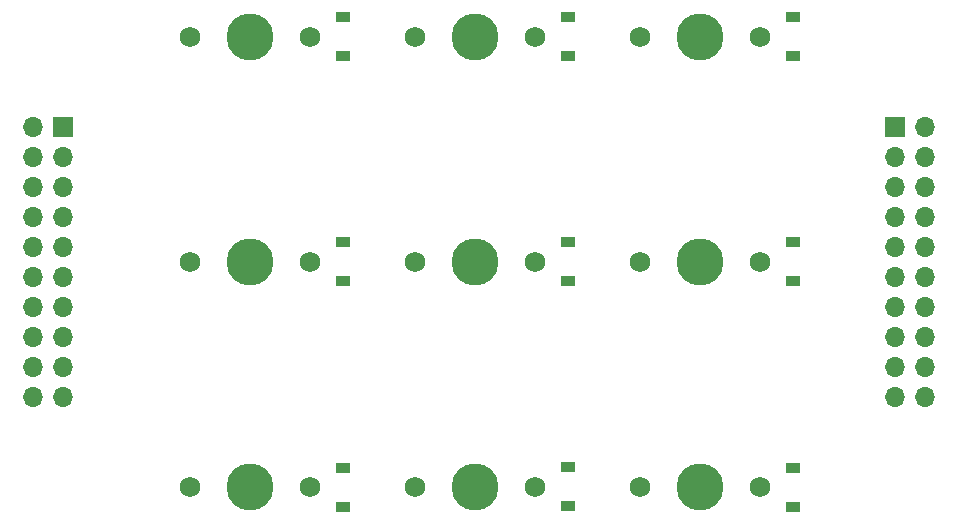
<source format=gts>
%TF.GenerationSoftware,KiCad,Pcbnew,(6.0.9)*%
%TF.CreationDate,2023-03-10T16:46:27-06:00*%
%TF.ProjectId,Programmable Keys,50726f67-7261-46d6-9d61-626c65204b65,rev?*%
%TF.SameCoordinates,Original*%
%TF.FileFunction,Soldermask,Top*%
%TF.FilePolarity,Negative*%
%FSLAX46Y46*%
G04 Gerber Fmt 4.6, Leading zero omitted, Abs format (unit mm)*
G04 Created by KiCad (PCBNEW (6.0.9)) date 2023-03-10 16:46:27*
%MOMM*%
%LPD*%
G01*
G04 APERTURE LIST*
%ADD10C,1.750000*%
%ADD11C,3.987800*%
%ADD12R,1.200000X0.900000*%
%ADD13R,1.700000X1.700000*%
%ADD14O,1.700000X1.700000*%
G04 APERTURE END LIST*
D10*
%TO.C,MX8*%
X181451250Y-100012500D03*
D11*
X186531250Y-100012500D03*
D10*
X191611250Y-100012500D03*
%TD*%
D12*
%TO.C,D3*%
X175418750Y-101725000D03*
X175418750Y-98425000D03*
%TD*%
%TO.C,D9*%
X213518750Y-101725000D03*
X213518750Y-98425000D03*
%TD*%
%TO.C,D1*%
X175418750Y-63562500D03*
X175418750Y-60262500D03*
%TD*%
D13*
%TO.C,J2*%
X222156250Y-69537500D03*
D14*
X224696250Y-69537500D03*
X222156250Y-72077500D03*
X224696250Y-72077500D03*
X222156250Y-74617500D03*
X224696250Y-74617500D03*
X222156250Y-77157500D03*
X224696250Y-77157500D03*
X222156250Y-79697500D03*
X224696250Y-79697500D03*
X222156250Y-82237500D03*
X224696250Y-82237500D03*
X222156250Y-84777500D03*
X224696250Y-84777500D03*
X222156250Y-87317500D03*
X224696250Y-87317500D03*
X222156250Y-89857500D03*
X224696250Y-89857500D03*
X222156250Y-92397500D03*
X224696250Y-92397500D03*
%TD*%
D11*
%TO.C,MX1*%
X167481250Y-61912500D03*
D10*
X162401250Y-61912500D03*
X172561250Y-61912500D03*
%TD*%
D12*
%TO.C,D4*%
X194468750Y-63562500D03*
X194468750Y-60262500D03*
%TD*%
%TO.C,D5*%
X194468750Y-82612500D03*
X194468750Y-79312500D03*
%TD*%
%TO.C,D6*%
X194468750Y-101662500D03*
X194468750Y-98362500D03*
%TD*%
D11*
%TO.C,MX9*%
X205581250Y-100012500D03*
D10*
X200501250Y-100012500D03*
X210661250Y-100012500D03*
%TD*%
D11*
%TO.C,MX4*%
X167481250Y-80962500D03*
D10*
X162401250Y-80962500D03*
X172561250Y-80962500D03*
%TD*%
D11*
%TO.C,MX3*%
X205581250Y-61912500D03*
D10*
X210661250Y-61912500D03*
X200501250Y-61912500D03*
%TD*%
D12*
%TO.C,D8*%
X213518750Y-82612500D03*
X213518750Y-79312500D03*
%TD*%
D13*
%TO.C,J1*%
X151675000Y-69512500D03*
D14*
X149135000Y-69512500D03*
X151675000Y-72052500D03*
X149135000Y-72052500D03*
X151675000Y-74592500D03*
X149135000Y-74592500D03*
X151675000Y-77132500D03*
X149135000Y-77132500D03*
X151675000Y-79672500D03*
X149135000Y-79672500D03*
X151675000Y-82212500D03*
X149135000Y-82212500D03*
X151675000Y-84752500D03*
X149135000Y-84752500D03*
X151675000Y-87292500D03*
X149135000Y-87292500D03*
X151675000Y-89832500D03*
X149135000Y-89832500D03*
X151675000Y-92372500D03*
X149135000Y-92372500D03*
%TD*%
D12*
%TO.C,D7*%
X213518750Y-63562500D03*
X213518750Y-60262500D03*
%TD*%
D10*
%TO.C,MX7*%
X172561250Y-100012500D03*
D11*
X167481250Y-100012500D03*
D10*
X162401250Y-100012500D03*
%TD*%
%TO.C,MX2*%
X191611250Y-61912500D03*
D11*
X186531250Y-61912500D03*
D10*
X181451250Y-61912500D03*
%TD*%
D11*
%TO.C,MX6*%
X205581250Y-80962500D03*
D10*
X200501250Y-80962500D03*
X210661250Y-80962500D03*
%TD*%
%TO.C,MX5*%
X191611250Y-80962500D03*
X181451250Y-80962500D03*
D11*
X186531250Y-80962500D03*
%TD*%
D12*
%TO.C,D2*%
X175418750Y-82612500D03*
X175418750Y-79312500D03*
%TD*%
M02*

</source>
